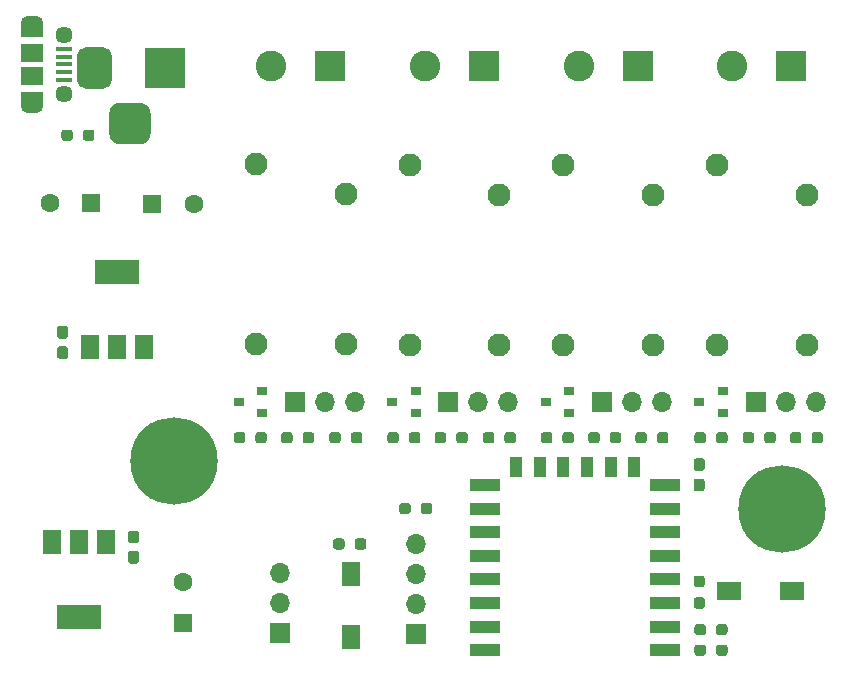
<source format=gbr>
%TF.GenerationSoftware,KiCad,Pcbnew,(5.1.9)-1*%
%TF.CreationDate,2021-07-06T13:13:09+03:00*%
%TF.ProjectId,plumber,706c756d-6265-4722-9e6b-696361645f70,rev?*%
%TF.SameCoordinates,Original*%
%TF.FileFunction,Soldermask,Top*%
%TF.FilePolarity,Negative*%
%FSLAX46Y46*%
G04 Gerber Fmt 4.6, Leading zero omitted, Abs format (unit mm)*
G04 Created by KiCad (PCBNEW (5.1.9)-1) date 2021-07-06 13:13:09*
%MOMM*%
%LPD*%
G01*
G04 APERTURE LIST*
%ADD10R,1.500000X2.000000*%
%ADD11R,3.800000X2.000000*%
%ADD12R,1.900000X1.200000*%
%ADD13O,1.900000X1.200000*%
%ADD14R,1.900000X1.500000*%
%ADD15C,1.450000*%
%ADD16R,1.350000X0.400000*%
%ADD17R,3.500000X3.500000*%
%ADD18C,1.600000*%
%ADD19R,1.600000X1.600000*%
%ADD20R,0.900000X0.800000*%
%ADD21C,1.950000*%
%ADD22C,2.600000*%
%ADD23R,2.600000X2.600000*%
%ADD24O,1.700000X1.700000*%
%ADD25R,1.700000X1.700000*%
%ADD26R,1.600000X2.000000*%
%ADD27R,2.000000X1.600000*%
%ADD28R,2.500000X1.000000*%
%ADD29R,1.000000X1.800000*%
%ADD30C,7.400000*%
G04 APERTURE END LIST*
D10*
%TO.C,U2*%
X125400000Y-90300000D03*
X130000000Y-90300000D03*
X127700000Y-90300000D03*
D11*
X127700000Y-84000000D03*
%TD*%
%TO.C,R18*%
G36*
G01*
X123975000Y-72162500D02*
X123975000Y-72637500D01*
G75*
G02*
X123737500Y-72875000I-237500J0D01*
G01*
X123237500Y-72875000D01*
G75*
G02*
X123000000Y-72637500I0J237500D01*
G01*
X123000000Y-72162500D01*
G75*
G02*
X123237500Y-71925000I237500J0D01*
G01*
X123737500Y-71925000D01*
G75*
G02*
X123975000Y-72162500I0J-237500D01*
G01*
G37*
G36*
G01*
X125800000Y-72162500D02*
X125800000Y-72637500D01*
G75*
G02*
X125562500Y-72875000I-237500J0D01*
G01*
X125062500Y-72875000D01*
G75*
G02*
X124825000Y-72637500I0J237500D01*
G01*
X124825000Y-72162500D01*
G75*
G02*
X125062500Y-71925000I237500J0D01*
G01*
X125562500Y-71925000D01*
G75*
G02*
X125800000Y-72162500I0J-237500D01*
G01*
G37*
%TD*%
D12*
%TO.C,J13*%
X120500000Y-63500000D03*
X120500000Y-69300000D03*
D13*
X120500000Y-69900000D03*
X120500000Y-62900000D03*
D14*
X120500000Y-65400000D03*
D15*
X123200000Y-68900000D03*
D16*
X123200000Y-66400000D03*
X123200000Y-67050000D03*
X123200000Y-67700000D03*
X123200000Y-65100000D03*
X123200000Y-65750000D03*
D15*
X123200000Y-63900000D03*
D14*
X120500000Y-67400000D03*
%TD*%
%TO.C,J12*%
G36*
G01*
X127050000Y-72275000D02*
X127050000Y-70525000D01*
G75*
G02*
X127925000Y-69650000I875000J0D01*
G01*
X129675000Y-69650000D01*
G75*
G02*
X130550000Y-70525000I0J-875000D01*
G01*
X130550000Y-72275000D01*
G75*
G02*
X129675000Y-73150000I-875000J0D01*
G01*
X127925000Y-73150000D01*
G75*
G02*
X127050000Y-72275000I0J875000D01*
G01*
G37*
G36*
G01*
X124300000Y-67700000D02*
X124300000Y-65700000D01*
G75*
G02*
X125050000Y-64950000I750000J0D01*
G01*
X126550000Y-64950000D01*
G75*
G02*
X127300000Y-65700000I0J-750000D01*
G01*
X127300000Y-67700000D01*
G75*
G02*
X126550000Y-68450000I-750000J0D01*
G01*
X125050000Y-68450000D01*
G75*
G02*
X124300000Y-67700000I0J750000D01*
G01*
G37*
D17*
X131800000Y-66700000D03*
%TD*%
%TO.C,C6*%
G36*
G01*
X129337500Y-106937500D02*
X128862500Y-106937500D01*
G75*
G02*
X128625000Y-106700000I0J237500D01*
G01*
X128625000Y-106100000D01*
G75*
G02*
X128862500Y-105862500I237500J0D01*
G01*
X129337500Y-105862500D01*
G75*
G02*
X129575000Y-106100000I0J-237500D01*
G01*
X129575000Y-106700000D01*
G75*
G02*
X129337500Y-106937500I-237500J0D01*
G01*
G37*
G36*
G01*
X129337500Y-108662500D02*
X128862500Y-108662500D01*
G75*
G02*
X128625000Y-108425000I0J237500D01*
G01*
X128625000Y-107825000D01*
G75*
G02*
X128862500Y-107587500I237500J0D01*
G01*
X129337500Y-107587500D01*
G75*
G02*
X129575000Y-107825000I0J-237500D01*
G01*
X129575000Y-108425000D01*
G75*
G02*
X129337500Y-108662500I-237500J0D01*
G01*
G37*
%TD*%
%TO.C,C5*%
G36*
G01*
X122862500Y-90262500D02*
X123337500Y-90262500D01*
G75*
G02*
X123575000Y-90500000I0J-237500D01*
G01*
X123575000Y-91100000D01*
G75*
G02*
X123337500Y-91337500I-237500J0D01*
G01*
X122862500Y-91337500D01*
G75*
G02*
X122625000Y-91100000I0J237500D01*
G01*
X122625000Y-90500000D01*
G75*
G02*
X122862500Y-90262500I237500J0D01*
G01*
G37*
G36*
G01*
X122862500Y-88537500D02*
X123337500Y-88537500D01*
G75*
G02*
X123575000Y-88775000I0J-237500D01*
G01*
X123575000Y-89375000D01*
G75*
G02*
X123337500Y-89612500I-237500J0D01*
G01*
X122862500Y-89612500D01*
G75*
G02*
X122625000Y-89375000I0J237500D01*
G01*
X122625000Y-88775000D01*
G75*
G02*
X122862500Y-88537500I237500J0D01*
G01*
G37*
%TD*%
D18*
%TO.C,C4*%
X133300000Y-110200000D03*
D19*
X133300000Y-113700000D03*
%TD*%
D18*
%TO.C,C3*%
X122000000Y-78100000D03*
D19*
X125500000Y-78100000D03*
%TD*%
D18*
%TO.C,C2*%
X134200000Y-78200000D03*
D19*
X130700000Y-78200000D03*
%TD*%
D10*
%TO.C,U3*%
X126800000Y-106850000D03*
X122200000Y-106850000D03*
X124500000Y-106850000D03*
D11*
X124500000Y-113150000D03*
%TD*%
%TO.C,R16*%
G36*
G01*
X152425000Y-98237500D02*
X152425000Y-97762500D01*
G75*
G02*
X152662500Y-97525000I237500J0D01*
G01*
X153162500Y-97525000D01*
G75*
G02*
X153400000Y-97762500I0J-237500D01*
G01*
X153400000Y-98237500D01*
G75*
G02*
X153162500Y-98475000I-237500J0D01*
G01*
X152662500Y-98475000D01*
G75*
G02*
X152425000Y-98237500I0J237500D01*
G01*
G37*
G36*
G01*
X150600000Y-98237500D02*
X150600000Y-97762500D01*
G75*
G02*
X150837500Y-97525000I237500J0D01*
G01*
X151337500Y-97525000D01*
G75*
G02*
X151575000Y-97762500I0J-237500D01*
G01*
X151575000Y-98237500D01*
G75*
G02*
X151337500Y-98475000I-237500J0D01*
G01*
X150837500Y-98475000D01*
G75*
G02*
X150600000Y-98237500I0J237500D01*
G01*
G37*
%TD*%
%TO.C,R15*%
G36*
G01*
X139425000Y-98237500D02*
X139425000Y-97762500D01*
G75*
G02*
X139662500Y-97525000I237500J0D01*
G01*
X140162500Y-97525000D01*
G75*
G02*
X140400000Y-97762500I0J-237500D01*
G01*
X140400000Y-98237500D01*
G75*
G02*
X140162500Y-98475000I-237500J0D01*
G01*
X139662500Y-98475000D01*
G75*
G02*
X139425000Y-98237500I0J237500D01*
G01*
G37*
G36*
G01*
X137600000Y-98237500D02*
X137600000Y-97762500D01*
G75*
G02*
X137837500Y-97525000I237500J0D01*
G01*
X138337500Y-97525000D01*
G75*
G02*
X138575000Y-97762500I0J-237500D01*
G01*
X138575000Y-98237500D01*
G75*
G02*
X138337500Y-98475000I-237500J0D01*
G01*
X137837500Y-98475000D01*
G75*
G02*
X137600000Y-98237500I0J237500D01*
G01*
G37*
%TD*%
%TO.C,R14*%
G36*
G01*
X147512500Y-98237500D02*
X147512500Y-97762500D01*
G75*
G02*
X147750000Y-97525000I237500J0D01*
G01*
X148250000Y-97525000D01*
G75*
G02*
X148487500Y-97762500I0J-237500D01*
G01*
X148487500Y-98237500D01*
G75*
G02*
X148250000Y-98475000I-237500J0D01*
G01*
X147750000Y-98475000D01*
G75*
G02*
X147512500Y-98237500I0J237500D01*
G01*
G37*
G36*
G01*
X145687500Y-98237500D02*
X145687500Y-97762500D01*
G75*
G02*
X145925000Y-97525000I237500J0D01*
G01*
X146425000Y-97525000D01*
G75*
G02*
X146662500Y-97762500I0J-237500D01*
G01*
X146662500Y-98237500D01*
G75*
G02*
X146425000Y-98475000I-237500J0D01*
G01*
X145925000Y-98475000D01*
G75*
G02*
X145687500Y-98237500I0J237500D01*
G01*
G37*
%TD*%
%TO.C,R13*%
G36*
G01*
X160512500Y-98237500D02*
X160512500Y-97762500D01*
G75*
G02*
X160750000Y-97525000I237500J0D01*
G01*
X161250000Y-97525000D01*
G75*
G02*
X161487500Y-97762500I0J-237500D01*
G01*
X161487500Y-98237500D01*
G75*
G02*
X161250000Y-98475000I-237500J0D01*
G01*
X160750000Y-98475000D01*
G75*
G02*
X160512500Y-98237500I0J237500D01*
G01*
G37*
G36*
G01*
X158687500Y-98237500D02*
X158687500Y-97762500D01*
G75*
G02*
X158925000Y-97525000I237500J0D01*
G01*
X159425000Y-97525000D01*
G75*
G02*
X159662500Y-97762500I0J-237500D01*
G01*
X159662500Y-98237500D01*
G75*
G02*
X159425000Y-98475000I-237500J0D01*
G01*
X158925000Y-98475000D01*
G75*
G02*
X158687500Y-98237500I0J237500D01*
G01*
G37*
%TD*%
%TO.C,R11*%
G36*
G01*
X143425000Y-98237500D02*
X143425000Y-97762500D01*
G75*
G02*
X143662500Y-97525000I237500J0D01*
G01*
X144162500Y-97525000D01*
G75*
G02*
X144400000Y-97762500I0J-237500D01*
G01*
X144400000Y-98237500D01*
G75*
G02*
X144162500Y-98475000I-237500J0D01*
G01*
X143662500Y-98475000D01*
G75*
G02*
X143425000Y-98237500I0J237500D01*
G01*
G37*
G36*
G01*
X141600000Y-98237500D02*
X141600000Y-97762500D01*
G75*
G02*
X141837500Y-97525000I237500J0D01*
G01*
X142337500Y-97525000D01*
G75*
G02*
X142575000Y-97762500I0J-237500D01*
G01*
X142575000Y-98237500D01*
G75*
G02*
X142337500Y-98475000I-237500J0D01*
G01*
X141837500Y-98475000D01*
G75*
G02*
X141600000Y-98237500I0J237500D01*
G01*
G37*
%TD*%
%TO.C,R10*%
G36*
G01*
X156425000Y-98237500D02*
X156425000Y-97762500D01*
G75*
G02*
X156662500Y-97525000I237500J0D01*
G01*
X157162500Y-97525000D01*
G75*
G02*
X157400000Y-97762500I0J-237500D01*
G01*
X157400000Y-98237500D01*
G75*
G02*
X157162500Y-98475000I-237500J0D01*
G01*
X156662500Y-98475000D01*
G75*
G02*
X156425000Y-98237500I0J237500D01*
G01*
G37*
G36*
G01*
X154600000Y-98237500D02*
X154600000Y-97762500D01*
G75*
G02*
X154837500Y-97525000I237500J0D01*
G01*
X155337500Y-97525000D01*
G75*
G02*
X155575000Y-97762500I0J-237500D01*
G01*
X155575000Y-98237500D01*
G75*
G02*
X155337500Y-98475000I-237500J0D01*
G01*
X154837500Y-98475000D01*
G75*
G02*
X154600000Y-98237500I0J237500D01*
G01*
G37*
%TD*%
%TO.C,R9*%
G36*
G01*
X178425000Y-98237500D02*
X178425000Y-97762500D01*
G75*
G02*
X178662500Y-97525000I237500J0D01*
G01*
X179162500Y-97525000D01*
G75*
G02*
X179400000Y-97762500I0J-237500D01*
G01*
X179400000Y-98237500D01*
G75*
G02*
X179162500Y-98475000I-237500J0D01*
G01*
X178662500Y-98475000D01*
G75*
G02*
X178425000Y-98237500I0J237500D01*
G01*
G37*
G36*
G01*
X176600000Y-98237500D02*
X176600000Y-97762500D01*
G75*
G02*
X176837500Y-97525000I237500J0D01*
G01*
X177337500Y-97525000D01*
G75*
G02*
X177575000Y-97762500I0J-237500D01*
G01*
X177575000Y-98237500D01*
G75*
G02*
X177337500Y-98475000I-237500J0D01*
G01*
X176837500Y-98475000D01*
G75*
G02*
X176600000Y-98237500I0J237500D01*
G01*
G37*
%TD*%
%TO.C,R8*%
G36*
G01*
X165425000Y-98237500D02*
X165425000Y-97762500D01*
G75*
G02*
X165662500Y-97525000I237500J0D01*
G01*
X166162500Y-97525000D01*
G75*
G02*
X166400000Y-97762500I0J-237500D01*
G01*
X166400000Y-98237500D01*
G75*
G02*
X166162500Y-98475000I-237500J0D01*
G01*
X165662500Y-98475000D01*
G75*
G02*
X165425000Y-98237500I0J237500D01*
G01*
G37*
G36*
G01*
X163600000Y-98237500D02*
X163600000Y-97762500D01*
G75*
G02*
X163837500Y-97525000I237500J0D01*
G01*
X164337500Y-97525000D01*
G75*
G02*
X164575000Y-97762500I0J-237500D01*
G01*
X164575000Y-98237500D01*
G75*
G02*
X164337500Y-98475000I-237500J0D01*
G01*
X163837500Y-98475000D01*
G75*
G02*
X163600000Y-98237500I0J237500D01*
G01*
G37*
%TD*%
%TO.C,R7*%
G36*
G01*
X186512500Y-98237500D02*
X186512500Y-97762500D01*
G75*
G02*
X186750000Y-97525000I237500J0D01*
G01*
X187250000Y-97525000D01*
G75*
G02*
X187487500Y-97762500I0J-237500D01*
G01*
X187487500Y-98237500D01*
G75*
G02*
X187250000Y-98475000I-237500J0D01*
G01*
X186750000Y-98475000D01*
G75*
G02*
X186512500Y-98237500I0J237500D01*
G01*
G37*
G36*
G01*
X184687500Y-98237500D02*
X184687500Y-97762500D01*
G75*
G02*
X184925000Y-97525000I237500J0D01*
G01*
X185425000Y-97525000D01*
G75*
G02*
X185662500Y-97762500I0J-237500D01*
G01*
X185662500Y-98237500D01*
G75*
G02*
X185425000Y-98475000I-237500J0D01*
G01*
X184925000Y-98475000D01*
G75*
G02*
X184687500Y-98237500I0J237500D01*
G01*
G37*
%TD*%
%TO.C,R4*%
G36*
G01*
X173425000Y-98237500D02*
X173425000Y-97762500D01*
G75*
G02*
X173662500Y-97525000I237500J0D01*
G01*
X174162500Y-97525000D01*
G75*
G02*
X174400000Y-97762500I0J-237500D01*
G01*
X174400000Y-98237500D01*
G75*
G02*
X174162500Y-98475000I-237500J0D01*
G01*
X173662500Y-98475000D01*
G75*
G02*
X173425000Y-98237500I0J237500D01*
G01*
G37*
G36*
G01*
X171600000Y-98237500D02*
X171600000Y-97762500D01*
G75*
G02*
X171837500Y-97525000I237500J0D01*
G01*
X172337500Y-97525000D01*
G75*
G02*
X172575000Y-97762500I0J-237500D01*
G01*
X172575000Y-98237500D01*
G75*
G02*
X172337500Y-98475000I-237500J0D01*
G01*
X171837500Y-98475000D01*
G75*
G02*
X171600000Y-98237500I0J237500D01*
G01*
G37*
%TD*%
%TO.C,R3*%
G36*
G01*
X182512500Y-98237500D02*
X182512500Y-97762500D01*
G75*
G02*
X182750000Y-97525000I237500J0D01*
G01*
X183250000Y-97525000D01*
G75*
G02*
X183487500Y-97762500I0J-237500D01*
G01*
X183487500Y-98237500D01*
G75*
G02*
X183250000Y-98475000I-237500J0D01*
G01*
X182750000Y-98475000D01*
G75*
G02*
X182512500Y-98237500I0J237500D01*
G01*
G37*
G36*
G01*
X180687500Y-98237500D02*
X180687500Y-97762500D01*
G75*
G02*
X180925000Y-97525000I237500J0D01*
G01*
X181425000Y-97525000D01*
G75*
G02*
X181662500Y-97762500I0J-237500D01*
G01*
X181662500Y-98237500D01*
G75*
G02*
X181425000Y-98475000I-237500J0D01*
G01*
X180925000Y-98475000D01*
G75*
G02*
X180687500Y-98237500I0J237500D01*
G01*
G37*
%TD*%
%TO.C,R2*%
G36*
G01*
X153425000Y-104237500D02*
X153425000Y-103762500D01*
G75*
G02*
X153662500Y-103525000I237500J0D01*
G01*
X154162500Y-103525000D01*
G75*
G02*
X154400000Y-103762500I0J-237500D01*
G01*
X154400000Y-104237500D01*
G75*
G02*
X154162500Y-104475000I-237500J0D01*
G01*
X153662500Y-104475000D01*
G75*
G02*
X153425000Y-104237500I0J237500D01*
G01*
G37*
G36*
G01*
X151600000Y-104237500D02*
X151600000Y-103762500D01*
G75*
G02*
X151837500Y-103525000I237500J0D01*
G01*
X152337500Y-103525000D01*
G75*
G02*
X152575000Y-103762500I0J-237500D01*
G01*
X152575000Y-104237500D01*
G75*
G02*
X152337500Y-104475000I-237500J0D01*
G01*
X151837500Y-104475000D01*
G75*
G02*
X151600000Y-104237500I0J237500D01*
G01*
G37*
%TD*%
%TO.C,R1*%
G36*
G01*
X169425000Y-98237500D02*
X169425000Y-97762500D01*
G75*
G02*
X169662500Y-97525000I237500J0D01*
G01*
X170162500Y-97525000D01*
G75*
G02*
X170400000Y-97762500I0J-237500D01*
G01*
X170400000Y-98237500D01*
G75*
G02*
X170162500Y-98475000I-237500J0D01*
G01*
X169662500Y-98475000D01*
G75*
G02*
X169425000Y-98237500I0J237500D01*
G01*
G37*
G36*
G01*
X167600000Y-98237500D02*
X167600000Y-97762500D01*
G75*
G02*
X167837500Y-97525000I237500J0D01*
G01*
X168337500Y-97525000D01*
G75*
G02*
X168575000Y-97762500I0J-237500D01*
G01*
X168575000Y-98237500D01*
G75*
G02*
X168337500Y-98475000I-237500J0D01*
G01*
X167837500Y-98475000D01*
G75*
G02*
X167600000Y-98237500I0J237500D01*
G01*
G37*
%TD*%
D20*
%TO.C,Q4*%
X151000000Y-95000000D03*
X153000000Y-94050000D03*
X153000000Y-95950000D03*
%TD*%
%TO.C,Q3*%
X138000000Y-95000000D03*
X140000000Y-94050000D03*
X140000000Y-95950000D03*
%TD*%
%TO.C,Q2*%
X177000000Y-95000000D03*
X179000000Y-94050000D03*
X179000000Y-95950000D03*
%TD*%
%TO.C,Q1*%
X164000000Y-95000000D03*
X166000000Y-94050000D03*
X166000000Y-95950000D03*
%TD*%
D21*
%TO.C,K4*%
X152475000Y-74885000D03*
X152475000Y-90125000D03*
X160075000Y-77425000D03*
X160075000Y-90125000D03*
%TD*%
%TO.C,K3*%
X139475000Y-74860000D03*
X139475000Y-90100000D03*
X147075000Y-77400000D03*
X147075000Y-90100000D03*
%TD*%
%TO.C,K2*%
X178500000Y-74885000D03*
X178500000Y-90125000D03*
X186100000Y-77425000D03*
X186100000Y-90125000D03*
%TD*%
%TO.C,K1*%
X165475000Y-74885000D03*
X165475000Y-90125000D03*
X173075000Y-77425000D03*
X173075000Y-90125000D03*
%TD*%
D22*
%TO.C,J11*%
X179800000Y-66500000D03*
D23*
X184800000Y-66500000D03*
%TD*%
D22*
%TO.C,J10*%
X140775000Y-66500000D03*
D23*
X145775000Y-66500000D03*
%TD*%
D24*
%TO.C,J9*%
X147830000Y-95000000D03*
X145290000Y-95000000D03*
D25*
X142750000Y-95000000D03*
%TD*%
D24*
%TO.C,J4*%
X186855000Y-95000000D03*
X184315000Y-95000000D03*
D25*
X181775000Y-95000000D03*
%TD*%
D24*
%TO.C,J2*%
X173830000Y-95000000D03*
X171290000Y-95000000D03*
D25*
X168750000Y-95000000D03*
%TD*%
D24*
%TO.C,J8*%
X141500000Y-109420000D03*
X141500000Y-111960000D03*
D25*
X141500000Y-114500000D03*
%TD*%
D24*
%TO.C,J6*%
X160830000Y-95000000D03*
X158290000Y-95000000D03*
D25*
X155750000Y-95000000D03*
%TD*%
D22*
%TO.C,J5*%
X153783333Y-66500000D03*
D23*
X158783333Y-66500000D03*
%TD*%
D26*
%TO.C,FLASH1*%
X147500000Y-109500000D03*
X147500000Y-114900000D03*
%TD*%
%TO.C,R17*%
G36*
G01*
X178425000Y-114487500D02*
X178425000Y-114012500D01*
G75*
G02*
X178662500Y-113775000I237500J0D01*
G01*
X179162500Y-113775000D01*
G75*
G02*
X179400000Y-114012500I0J-237500D01*
G01*
X179400000Y-114487500D01*
G75*
G02*
X179162500Y-114725000I-237500J0D01*
G01*
X178662500Y-114725000D01*
G75*
G02*
X178425000Y-114487500I0J237500D01*
G01*
G37*
G36*
G01*
X176600000Y-114487500D02*
X176600000Y-114012500D01*
G75*
G02*
X176837500Y-113775000I237500J0D01*
G01*
X177337500Y-113775000D01*
G75*
G02*
X177575000Y-114012500I0J-237500D01*
G01*
X177575000Y-114487500D01*
G75*
G02*
X177337500Y-114725000I-237500J0D01*
G01*
X176837500Y-114725000D01*
G75*
G02*
X176600000Y-114487500I0J237500D01*
G01*
G37*
%TD*%
%TO.C,R12*%
G36*
G01*
X176762500Y-111512500D02*
X177237500Y-111512500D01*
G75*
G02*
X177475000Y-111750000I0J-237500D01*
G01*
X177475000Y-112250000D01*
G75*
G02*
X177237500Y-112487500I-237500J0D01*
G01*
X176762500Y-112487500D01*
G75*
G02*
X176525000Y-112250000I0J237500D01*
G01*
X176525000Y-111750000D01*
G75*
G02*
X176762500Y-111512500I237500J0D01*
G01*
G37*
G36*
G01*
X176762500Y-109687500D02*
X177237500Y-109687500D01*
G75*
G02*
X177475000Y-109925000I0J-237500D01*
G01*
X177475000Y-110425000D01*
G75*
G02*
X177237500Y-110662500I-237500J0D01*
G01*
X176762500Y-110662500D01*
G75*
G02*
X176525000Y-110425000I0J237500D01*
G01*
X176525000Y-109925000D01*
G75*
G02*
X176762500Y-109687500I237500J0D01*
G01*
G37*
%TD*%
%TO.C,R6*%
G36*
G01*
X146987500Y-106762500D02*
X146987500Y-107237500D01*
G75*
G02*
X146750000Y-107475000I-237500J0D01*
G01*
X146250000Y-107475000D01*
G75*
G02*
X146012500Y-107237500I0J237500D01*
G01*
X146012500Y-106762500D01*
G75*
G02*
X146250000Y-106525000I237500J0D01*
G01*
X146750000Y-106525000D01*
G75*
G02*
X146987500Y-106762500I0J-237500D01*
G01*
G37*
G36*
G01*
X148812500Y-106762500D02*
X148812500Y-107237500D01*
G75*
G02*
X148575000Y-107475000I-237500J0D01*
G01*
X148075000Y-107475000D01*
G75*
G02*
X147837500Y-107237500I0J237500D01*
G01*
X147837500Y-106762500D01*
G75*
G02*
X148075000Y-106525000I237500J0D01*
G01*
X148575000Y-106525000D01*
G75*
G02*
X148812500Y-106762500I0J-237500D01*
G01*
G37*
%TD*%
%TO.C,R5*%
G36*
G01*
X177575000Y-115762500D02*
X177575000Y-116237500D01*
G75*
G02*
X177337500Y-116475000I-237500J0D01*
G01*
X176837500Y-116475000D01*
G75*
G02*
X176600000Y-116237500I0J237500D01*
G01*
X176600000Y-115762500D01*
G75*
G02*
X176837500Y-115525000I237500J0D01*
G01*
X177337500Y-115525000D01*
G75*
G02*
X177575000Y-115762500I0J-237500D01*
G01*
G37*
G36*
G01*
X179400000Y-115762500D02*
X179400000Y-116237500D01*
G75*
G02*
X179162500Y-116475000I-237500J0D01*
G01*
X178662500Y-116475000D01*
G75*
G02*
X178425000Y-116237500I0J237500D01*
G01*
X178425000Y-115762500D01*
G75*
G02*
X178662500Y-115525000I237500J0D01*
G01*
X179162500Y-115525000D01*
G75*
G02*
X179400000Y-115762500I0J-237500D01*
G01*
G37*
%TD*%
%TO.C,C1*%
G36*
G01*
X177237500Y-100812500D02*
X176762500Y-100812500D01*
G75*
G02*
X176525000Y-100575000I0J237500D01*
G01*
X176525000Y-99975000D01*
G75*
G02*
X176762500Y-99737500I237500J0D01*
G01*
X177237500Y-99737500D01*
G75*
G02*
X177475000Y-99975000I0J-237500D01*
G01*
X177475000Y-100575000D01*
G75*
G02*
X177237500Y-100812500I-237500J0D01*
G01*
G37*
G36*
G01*
X177237500Y-102537500D02*
X176762500Y-102537500D01*
G75*
G02*
X176525000Y-102300000I0J237500D01*
G01*
X176525000Y-101700000D01*
G75*
G02*
X176762500Y-101462500I237500J0D01*
G01*
X177237500Y-101462500D01*
G75*
G02*
X177475000Y-101700000I0J-237500D01*
G01*
X177475000Y-102300000D01*
G75*
G02*
X177237500Y-102537500I-237500J0D01*
G01*
G37*
%TD*%
D27*
%TO.C,RESET1*%
X179500000Y-111000000D03*
X184900000Y-111000000D03*
%TD*%
D24*
%TO.C,J7*%
X153000000Y-106960000D03*
X153000000Y-109500000D03*
X153000000Y-112040000D03*
D25*
X153000000Y-114580000D03*
%TD*%
D28*
%TO.C,U1*%
X174100000Y-116000000D03*
X174100000Y-114000000D03*
X174100000Y-112000000D03*
X174100000Y-110000000D03*
X174100000Y-108000000D03*
X174100000Y-106000000D03*
X174100000Y-104000000D03*
X174100000Y-102000000D03*
D29*
X171500000Y-100500000D03*
X169500000Y-100500000D03*
X167500000Y-100500000D03*
X165500000Y-100500000D03*
X163500000Y-100500000D03*
X161500000Y-100500000D03*
D28*
X158900000Y-102000000D03*
X158900000Y-104000000D03*
X158900000Y-106000000D03*
X158900000Y-108000000D03*
X158900000Y-110000000D03*
X158900000Y-112000000D03*
X158900000Y-114000000D03*
X158900000Y-116000000D03*
%TD*%
D22*
%TO.C,J1*%
X166791666Y-66500000D03*
D23*
X171791666Y-66500000D03*
%TD*%
D30*
%TO.C,H2*%
X184000000Y-104000000D03*
%TD*%
%TO.C,H1*%
X132500000Y-100000000D03*
%TD*%
M02*

</source>
